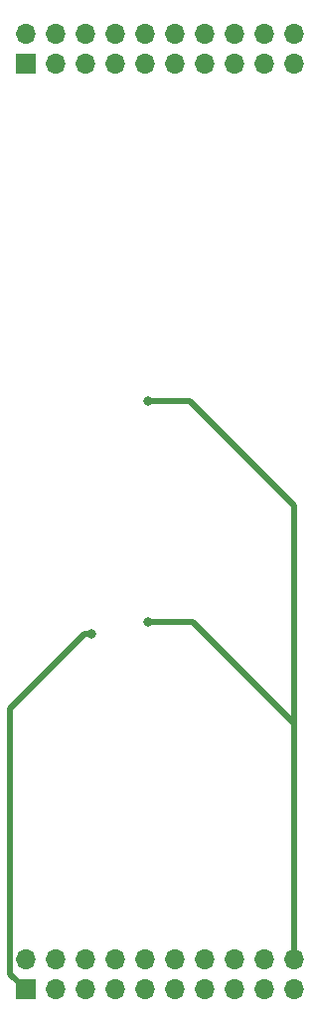
<source format=gbr>
G04 #@! TF.GenerationSoftware,KiCad,Pcbnew,5.0.2-bee76a0~70~ubuntu18.04.1*
G04 #@! TF.CreationDate,2019-10-25T10:51:07+02:00*
G04 #@! TF.ProjectId,atecc,61746563-632e-46b6-9963-61645f706362,rev?*
G04 #@! TF.SameCoordinates,Original*
G04 #@! TF.FileFunction,Copper,L2,Bot*
G04 #@! TF.FilePolarity,Positive*
%FSLAX46Y46*%
G04 Gerber Fmt 4.6, Leading zero omitted, Abs format (unit mm)*
G04 Created by KiCad (PCBNEW 5.0.2-bee76a0~70~ubuntu18.04.1) date ven. 25 oct. 2019 10:51:07 CEST*
%MOMM*%
%LPD*%
G01*
G04 APERTURE LIST*
G04 #@! TA.AperFunction,ComponentPad*
%ADD10O,1.700000X1.700000*%
G04 #@! TD*
G04 #@! TA.AperFunction,ComponentPad*
%ADD11R,1.700000X1.700000*%
G04 #@! TD*
G04 #@! TA.AperFunction,ViaPad*
%ADD12C,0.800000*%
G04 #@! TD*
G04 #@! TA.AperFunction,Conductor*
%ADD13C,0.500000*%
G04 #@! TD*
G04 APERTURE END LIST*
D10*
G04 #@! TO.P,J2,20*
G04 #@! TO.N,Net-(J2-Pad20)*
X73660000Y-73660000D03*
G04 #@! TO.P,J2,19*
G04 #@! TO.N,Net-(J2-Pad19)*
X73660000Y-76200000D03*
G04 #@! TO.P,J2,18*
G04 #@! TO.N,Net-(J2-Pad18)*
X71120000Y-73660000D03*
G04 #@! TO.P,J2,17*
G04 #@! TO.N,Net-(J2-Pad17)*
X71120000Y-76200000D03*
G04 #@! TO.P,J2,16*
G04 #@! TO.N,Net-(J2-Pad16)*
X68580000Y-73660000D03*
G04 #@! TO.P,J2,15*
G04 #@! TO.N,Net-(J2-Pad15)*
X68580000Y-76200000D03*
G04 #@! TO.P,J2,14*
G04 #@! TO.N,Net-(J2-Pad14)*
X66040000Y-73660000D03*
G04 #@! TO.P,J2,13*
G04 #@! TO.N,Net-(J2-Pad13)*
X66040000Y-76200000D03*
G04 #@! TO.P,J2,12*
G04 #@! TO.N,Net-(J2-Pad12)*
X63500000Y-73660000D03*
G04 #@! TO.P,J2,11*
G04 #@! TO.N,Net-(J2-Pad11)*
X63500000Y-76200000D03*
G04 #@! TO.P,J2,10*
G04 #@! TO.N,Net-(J2-Pad10)*
X60960000Y-73660000D03*
G04 #@! TO.P,J2,9*
G04 #@! TO.N,Net-(J2-Pad9)*
X60960000Y-76200000D03*
G04 #@! TO.P,J2,8*
G04 #@! TO.N,Net-(J2-Pad8)*
X58420000Y-73660000D03*
G04 #@! TO.P,J2,7*
G04 #@! TO.N,Net-(J2-Pad7)*
X58420000Y-76200000D03*
G04 #@! TO.P,J2,6*
G04 #@! TO.N,Net-(J2-Pad6)*
X55880000Y-73660000D03*
G04 #@! TO.P,J2,5*
G04 #@! TO.N,Net-(J2-Pad5)*
X55880000Y-76200000D03*
G04 #@! TO.P,J2,4*
G04 #@! TO.N,Net-(J2-Pad4)*
X53340000Y-73660000D03*
G04 #@! TO.P,J2,3*
G04 #@! TO.N,Net-(J2-Pad3)*
X53340000Y-76200000D03*
G04 #@! TO.P,J2,2*
G04 #@! TO.N,Net-(J2-Pad2)*
X50800000Y-73660000D03*
D11*
G04 #@! TO.P,J2,1*
G04 #@! TO.N,Net-(J2-Pad1)*
X50800000Y-76200000D03*
G04 #@! TD*
G04 #@! TO.P,J1,1*
G04 #@! TO.N,/D1*
X50800000Y-154940000D03*
D10*
G04 #@! TO.P,J1,2*
G04 #@! TO.N,/D0*
X50800000Y-152400000D03*
G04 #@! TO.P,J1,3*
G04 #@! TO.N,Net-(J1-Pad3)*
X53340000Y-154940000D03*
G04 #@! TO.P,J1,4*
G04 #@! TO.N,Net-(J1-Pad4)*
X53340000Y-152400000D03*
G04 #@! TO.P,J1,5*
G04 #@! TO.N,Net-(J1-Pad5)*
X55880000Y-154940000D03*
G04 #@! TO.P,J1,6*
G04 #@! TO.N,Net-(J1-Pad6)*
X55880000Y-152400000D03*
G04 #@! TO.P,J1,7*
G04 #@! TO.N,Net-(J1-Pad7)*
X58420000Y-154940000D03*
G04 #@! TO.P,J1,8*
G04 #@! TO.N,Net-(J1-Pad8)*
X58420000Y-152400000D03*
G04 #@! TO.P,J1,9*
G04 #@! TO.N,Net-(J1-Pad9)*
X60960000Y-154940000D03*
G04 #@! TO.P,J1,10*
G04 #@! TO.N,Net-(J1-Pad10)*
X60960000Y-152400000D03*
G04 #@! TO.P,J1,11*
G04 #@! TO.N,Net-(J1-Pad11)*
X63500000Y-154940000D03*
G04 #@! TO.P,J1,12*
G04 #@! TO.N,Net-(J1-Pad12)*
X63500000Y-152400000D03*
G04 #@! TO.P,J1,13*
G04 #@! TO.N,Net-(J1-Pad13)*
X66040000Y-154940000D03*
G04 #@! TO.P,J1,14*
G04 #@! TO.N,Net-(J1-Pad14)*
X66040000Y-152400000D03*
G04 #@! TO.P,J1,15*
G04 #@! TO.N,Net-(J1-Pad15)*
X68580000Y-154940000D03*
G04 #@! TO.P,J1,16*
G04 #@! TO.N,Net-(J1-Pad16)*
X68580000Y-152400000D03*
G04 #@! TO.P,J1,17*
G04 #@! TO.N,GND*
X71120000Y-154940000D03*
G04 #@! TO.P,J1,18*
G04 #@! TO.N,Net-(J1-Pad18)*
X71120000Y-152400000D03*
G04 #@! TO.P,J1,19*
G04 #@! TO.N,GNDA*
X73660000Y-154940000D03*
G04 #@! TO.P,J1,20*
G04 #@! TO.N,VDDA*
X73660000Y-152400000D03*
G04 #@! TD*
D12*
G04 #@! TO.N,VDDA*
X61214000Y-123698000D03*
X61214000Y-104902000D03*
G04 #@! TO.N,/D1*
X56388000Y-124714000D03*
G04 #@! TD*
D13*
G04 #@! TO.N,VDDA*
X61214000Y-123698000D02*
X65024000Y-123698000D01*
X73660000Y-132334000D02*
X73660000Y-133350000D01*
X65024000Y-123698000D02*
X73660000Y-132334000D01*
X73660000Y-133350000D02*
X73660000Y-152400000D01*
X73660000Y-113792000D02*
X73660000Y-133350000D01*
X61214000Y-104902000D02*
X64770000Y-104902000D01*
X64770000Y-104902000D02*
X73660000Y-113792000D01*
G04 #@! TO.N,/D1*
X49499999Y-153639999D02*
X50800000Y-154940000D01*
X55822315Y-124714000D02*
X49499999Y-131036316D01*
X49499999Y-131036316D02*
X49499999Y-134620000D01*
X56388000Y-124714000D02*
X55822315Y-124714000D01*
X49499999Y-134620000D02*
X49499999Y-153639999D01*
G04 #@! TD*
M02*

</source>
